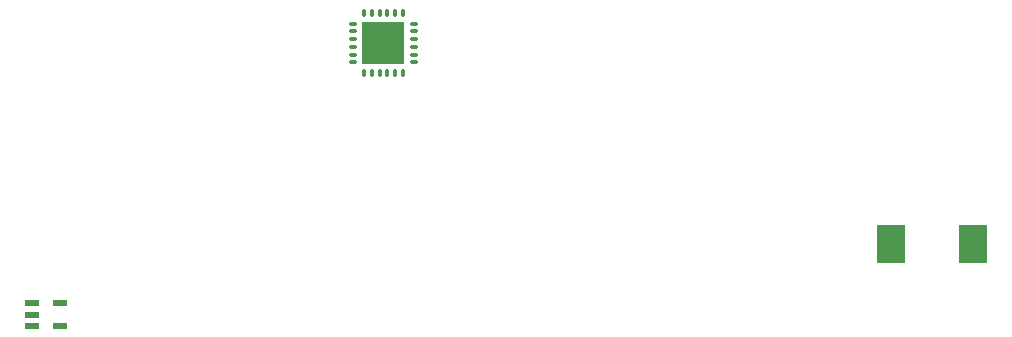
<source format=gtp>
%FSLAX44Y44*%
%MOMM*%
G71*
G01*
G75*
G04 Layer_Color=8421504*
%ADD10R,2.4000X3.3000*%
%ADD11R,1.3000X0.5500*%
%ADD12O,0.7500X0.3000*%
%ADD13O,0.3000X0.7500*%
%ADD14R,3.6000X3.6000*%
%ADD15C,0.6530*%
%ADD16C,0.3000*%
%ADD17C,0.2540*%
%ADD18C,1.3000*%
%ADD19C,1.4000*%
%ADD20R,1.5000X1.5000*%
%ADD21C,1.5000*%
%ADD22R,1.5000X1.5000*%
%ADD23C,1.2000*%
%ADD24O,2.5000X1.4000*%
G04:AMPARAMS|DCode=25|XSize=1.52mm|YSize=1.52mm|CornerRadius=0.38mm|HoleSize=0mm|Usage=FLASHONLY|Rotation=270.000|XOffset=0mm|YOffset=0mm|HoleType=Round|Shape=RoundedRectangle|*
%AMROUNDEDRECTD25*
21,1,1.5200,0.7600,0,0,270.0*
21,1,0.7600,1.5200,0,0,270.0*
1,1,0.7600,-0.3800,-0.3800*
1,1,0.7600,-0.3800,0.3800*
1,1,0.7600,0.3800,0.3800*
1,1,0.7600,0.3800,-0.3800*
%
%ADD25ROUNDEDRECTD25*%
%ADD26C,1.5200*%
%ADD27C,1.6500*%
%ADD28C,1.1000*%
%ADD29C,1.2700*%
%ADD30C,0.5000*%
%ADD31C,1.0160*%
%ADD32C,1.7160*%
%ADD33C,1.8660*%
%ADD34C,1.9160*%
%ADD35C,1.7160*%
%ADD36O,2.5160X1.7660*%
%ADD37C,2.0160*%
%ADD38C,0.2000*%
%ADD39C,0.2500*%
%ADD40C,0.2032*%
D10*
X1585770Y922020D02*
D03*
X1655270D02*
D03*
D11*
X881950Y871830D02*
D03*
Y852830D02*
D03*
X857950D02*
D03*
Y862330D02*
D03*
Y871830D02*
D03*
D12*
X1129950Y1108450D02*
D03*
Y1101950D02*
D03*
Y1095450D02*
D03*
Y1088950D02*
D03*
Y1082450D02*
D03*
Y1075950D02*
D03*
X1181450D02*
D03*
Y1082450D02*
D03*
Y1088950D02*
D03*
Y1095450D02*
D03*
Y1101950D02*
D03*
Y1108450D02*
D03*
D13*
X1139450Y1066450D02*
D03*
X1145950D02*
D03*
X1152450D02*
D03*
X1158950D02*
D03*
X1165450D02*
D03*
X1171950D02*
D03*
Y1117950D02*
D03*
X1165450D02*
D03*
X1158950D02*
D03*
X1152450D02*
D03*
X1145950D02*
D03*
X1139450D02*
D03*
D14*
X1155700Y1092200D02*
D03*
M02*

</source>
